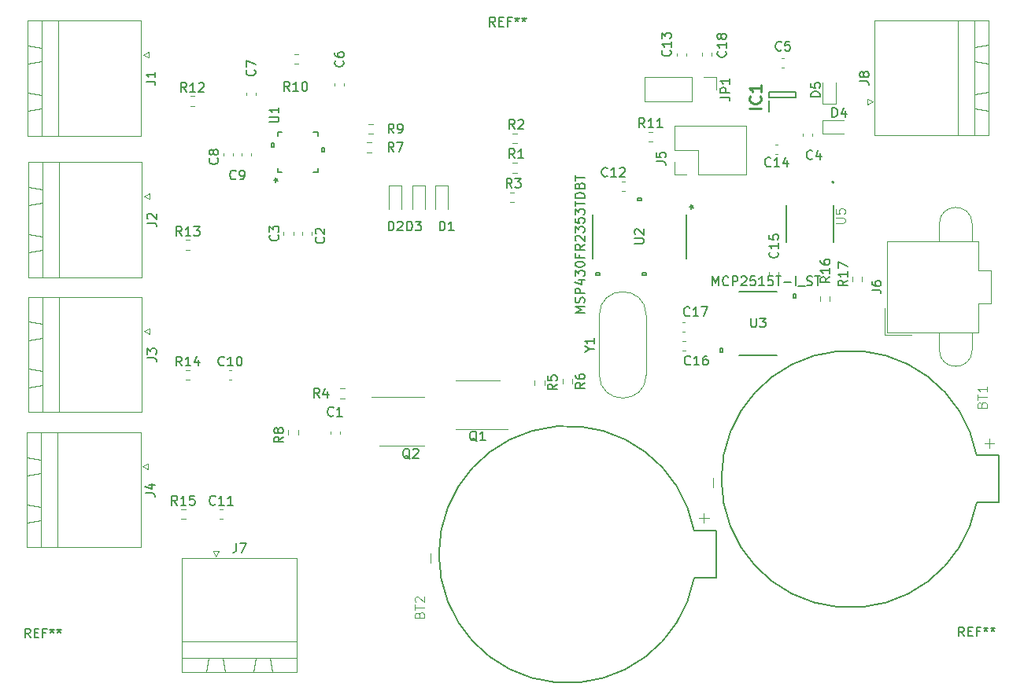
<source format=gbr>
%TF.GenerationSoftware,KiCad,Pcbnew,(5.1.7)-1*%
%TF.CreationDate,2021-05-19T20:23:41+02:00*%
%TF.ProjectId,PEE50-Schakeling,50454535-302d-4536-9368-616b656c696e,rev?*%
%TF.SameCoordinates,Original*%
%TF.FileFunction,Legend,Top*%
%TF.FilePolarity,Positive*%
%FSLAX46Y46*%
G04 Gerber Fmt 4.6, Leading zero omitted, Abs format (unit mm)*
G04 Created by KiCad (PCBNEW (5.1.7)-1) date 2021-05-19 20:23:41*
%MOMM*%
%LPD*%
G01*
G04 APERTURE LIST*
%ADD10C,0.120000*%
%ADD11C,0.200000*%
%ADD12C,0.152400*%
%ADD13C,0.127000*%
%ADD14C,0.150000*%
%ADD15C,0.254000*%
%ADD16C,0.015000*%
G04 APERTURE END LIST*
D10*
%TO.C,C1*%
X73990000Y-81084420D02*
X73990000Y-81365580D01*
X75010000Y-81084420D02*
X75010000Y-81365580D01*
%TO.C,C2*%
X72010000Y-59634420D02*
X72010000Y-59915580D01*
X70990000Y-59634420D02*
X70990000Y-59915580D01*
%TO.C,C3*%
X68990000Y-59634420D02*
X68990000Y-59915580D01*
X70010000Y-59634420D02*
X70010000Y-59915580D01*
%TO.C,C4*%
X124813600Y-49251180D02*
X124813600Y-48970020D01*
X125833600Y-49251180D02*
X125833600Y-48970020D01*
%TO.C,C5*%
X122835580Y-40917400D02*
X122554420Y-40917400D01*
X122835580Y-41937400D02*
X122554420Y-41937400D01*
%TO.C,C6*%
X74490000Y-43865580D02*
X74490000Y-43584420D01*
X75510000Y-43865580D02*
X75510000Y-43584420D01*
%TO.C,C7*%
X64990000Y-44865580D02*
X64990000Y-44584420D01*
X66010000Y-44865580D02*
X66010000Y-44584420D01*
%TO.C,C8*%
X62490000Y-51134420D02*
X62490000Y-51415580D01*
X63510000Y-51134420D02*
X63510000Y-51415580D01*
%TO.C,C9*%
X64490000Y-51415580D02*
X64490000Y-51134420D01*
X65510000Y-51415580D02*
X65510000Y-51134420D01*
%TO.C,C10*%
X63084420Y-74490000D02*
X63365580Y-74490000D01*
X63084420Y-75510000D02*
X63365580Y-75510000D01*
%TO.C,C11*%
X62134420Y-90510000D02*
X62415580Y-90510000D01*
X62134420Y-89490000D02*
X62415580Y-89490000D01*
%TO.C,C12*%
X105665180Y-54150800D02*
X105384020Y-54150800D01*
X105665180Y-55170800D02*
X105384020Y-55170800D01*
%TO.C,C13*%
X111300800Y-40615180D02*
X111300800Y-40334020D01*
X112320800Y-40615180D02*
X112320800Y-40334020D01*
%TO.C,C14*%
X122149180Y-50188400D02*
X121868020Y-50188400D01*
X122149180Y-51208400D02*
X121868020Y-51208400D01*
%TO.C,C15*%
X122201400Y-63930620D02*
X122201400Y-64211780D01*
X121181400Y-63930620D02*
X121181400Y-64211780D01*
%TO.C,C16*%
X112192380Y-71372000D02*
X111911220Y-71372000D01*
X112192380Y-72392000D02*
X111911220Y-72392000D01*
%TO.C,C17*%
X112166980Y-70360000D02*
X111885820Y-70360000D01*
X112166980Y-69340000D02*
X111885820Y-69340000D01*
%TO.C,C18*%
X114005900Y-40321920D02*
X114005900Y-40603080D01*
X115025900Y-40321920D02*
X115025900Y-40603080D01*
%TO.C,D1*%
X86685000Y-57112500D02*
X86685000Y-54627500D01*
X86685000Y-54627500D02*
X85315000Y-54627500D01*
X85315000Y-54627500D02*
X85315000Y-57112500D01*
%TO.C,D2*%
X82815000Y-54627500D02*
X82815000Y-57112500D01*
X84185000Y-54627500D02*
X82815000Y-54627500D01*
X84185000Y-57112500D02*
X84185000Y-54627500D01*
%TO.C,D3*%
X80315000Y-54627500D02*
X80315000Y-57112500D01*
X81685000Y-54627500D02*
X80315000Y-54627500D01*
X81685000Y-57112500D02*
X81685000Y-54627500D01*
D11*
%TO.C,IC1*%
X121156600Y-46630200D02*
X121156600Y-45430200D01*
X124106600Y-45080200D02*
X121206600Y-45080200D01*
X124106600Y-44480200D02*
X124106600Y-45080200D01*
X121206600Y-44480200D02*
X124106600Y-44480200D01*
X121206600Y-45080200D02*
X121206600Y-44480200D01*
D10*
%TO.C,J1*%
X53646400Y-36857200D02*
X41426400Y-36857200D01*
X41426400Y-36857200D02*
X41426400Y-49237200D01*
X41426400Y-49237200D02*
X53646400Y-49237200D01*
X53646400Y-49237200D02*
X53646400Y-36857200D01*
X42926400Y-36857200D02*
X44726400Y-36857200D01*
X44726400Y-36857200D02*
X44726400Y-49237200D01*
X44726400Y-49237200D02*
X42926400Y-49237200D01*
X42926400Y-49237200D02*
X42926400Y-36857200D01*
X41426400Y-39507200D02*
X41426400Y-41507200D01*
X41426400Y-41507200D02*
X42926400Y-41257200D01*
X42926400Y-41257200D02*
X42926400Y-39757200D01*
X42926400Y-39757200D02*
X41426400Y-39507200D01*
X41426400Y-44587200D02*
X41426400Y-46587200D01*
X41426400Y-46587200D02*
X42926400Y-46337200D01*
X42926400Y-46337200D02*
X42926400Y-44837200D01*
X42926400Y-44837200D02*
X41426400Y-44587200D01*
X54446400Y-40807200D02*
X53846400Y-40507200D01*
X53846400Y-40507200D02*
X54446400Y-40207200D01*
X54446400Y-40207200D02*
X54446400Y-40807200D01*
%TO.C,J2*%
X53748000Y-52097200D02*
X41528000Y-52097200D01*
X41528000Y-52097200D02*
X41528000Y-64477200D01*
X41528000Y-64477200D02*
X53748000Y-64477200D01*
X53748000Y-64477200D02*
X53748000Y-52097200D01*
X43028000Y-52097200D02*
X44828000Y-52097200D01*
X44828000Y-52097200D02*
X44828000Y-64477200D01*
X44828000Y-64477200D02*
X43028000Y-64477200D01*
X43028000Y-64477200D02*
X43028000Y-52097200D01*
X41528000Y-54747200D02*
X41528000Y-56747200D01*
X41528000Y-56747200D02*
X43028000Y-56497200D01*
X43028000Y-56497200D02*
X43028000Y-54997200D01*
X43028000Y-54997200D02*
X41528000Y-54747200D01*
X41528000Y-59827200D02*
X41528000Y-61827200D01*
X41528000Y-61827200D02*
X43028000Y-61577200D01*
X43028000Y-61577200D02*
X43028000Y-60077200D01*
X43028000Y-60077200D02*
X41528000Y-59827200D01*
X54548000Y-56047200D02*
X53948000Y-55747200D01*
X53948000Y-55747200D02*
X54548000Y-55447200D01*
X54548000Y-55447200D02*
X54548000Y-56047200D01*
%TO.C,J3*%
X54548000Y-69976000D02*
X54548000Y-70576000D01*
X53948000Y-70276000D02*
X54548000Y-69976000D01*
X54548000Y-70576000D02*
X53948000Y-70276000D01*
X43028000Y-74606000D02*
X41528000Y-74356000D01*
X43028000Y-76106000D02*
X43028000Y-74606000D01*
X41528000Y-76356000D02*
X43028000Y-76106000D01*
X41528000Y-74356000D02*
X41528000Y-76356000D01*
X43028000Y-69526000D02*
X41528000Y-69276000D01*
X43028000Y-71026000D02*
X43028000Y-69526000D01*
X41528000Y-71276000D02*
X43028000Y-71026000D01*
X41528000Y-69276000D02*
X41528000Y-71276000D01*
X43028000Y-79006000D02*
X43028000Y-66626000D01*
X44828000Y-79006000D02*
X43028000Y-79006000D01*
X44828000Y-66626000D02*
X44828000Y-79006000D01*
X43028000Y-66626000D02*
X44828000Y-66626000D01*
X53748000Y-79006000D02*
X53748000Y-66626000D01*
X41528000Y-79006000D02*
X53748000Y-79006000D01*
X41528000Y-66626000D02*
X41528000Y-79006000D01*
X53748000Y-66626000D02*
X41528000Y-66626000D01*
%TO.C,J4*%
X54395600Y-84555600D02*
X54395600Y-85155600D01*
X53795600Y-84855600D02*
X54395600Y-84555600D01*
X54395600Y-85155600D02*
X53795600Y-84855600D01*
X42875600Y-89185600D02*
X41375600Y-88935600D01*
X42875600Y-90685600D02*
X42875600Y-89185600D01*
X41375600Y-90935600D02*
X42875600Y-90685600D01*
X41375600Y-88935600D02*
X41375600Y-90935600D01*
X42875600Y-84105600D02*
X41375600Y-83855600D01*
X42875600Y-85605600D02*
X42875600Y-84105600D01*
X41375600Y-85855600D02*
X42875600Y-85605600D01*
X41375600Y-83855600D02*
X41375600Y-85855600D01*
X42875600Y-93585600D02*
X42875600Y-81205600D01*
X44675600Y-93585600D02*
X42875600Y-93585600D01*
X44675600Y-81205600D02*
X44675600Y-93585600D01*
X42875600Y-81205600D02*
X44675600Y-81205600D01*
X53595600Y-93585600D02*
X53595600Y-81205600D01*
X41375600Y-93585600D02*
X53595600Y-93585600D01*
X41375600Y-81205600D02*
X41375600Y-93585600D01*
X53595600Y-81205600D02*
X41375600Y-81205600D01*
%TO.C,J5*%
X110988800Y-53400000D02*
X110988800Y-52070000D01*
X112318800Y-53400000D02*
X110988800Y-53400000D01*
X110988800Y-50800000D02*
X110988800Y-48200000D01*
X113588800Y-50800000D02*
X110988800Y-50800000D01*
X113588800Y-53400000D02*
X113588800Y-50800000D01*
X110988800Y-48200000D02*
X118728800Y-48200000D01*
X113588800Y-53400000D02*
X118728800Y-53400000D01*
X118728800Y-53400000D02*
X118728800Y-48200000D01*
%TO.C,JP1*%
X115528400Y-42916800D02*
X115528400Y-44246800D01*
X114198400Y-42916800D02*
X115528400Y-42916800D01*
X112928400Y-42916800D02*
X112928400Y-45576800D01*
X112928400Y-45576800D02*
X107788400Y-45576800D01*
X112928400Y-42916800D02*
X107788400Y-42916800D01*
X107788400Y-42916800D02*
X107788400Y-45576800D01*
%TO.C,Q1*%
X87462660Y-75606600D02*
X92262660Y-75606600D01*
X87462660Y-80806600D02*
X93062660Y-80806600D01*
%TO.C,Q2*%
X84070000Y-82600000D02*
X79270000Y-82600000D01*
X84070000Y-77400000D02*
X78470000Y-77400000D01*
%TO.C,R1*%
X93587742Y-53227500D02*
X94062258Y-53227500D01*
X93587742Y-52182500D02*
X94062258Y-52182500D01*
%TO.C,R2*%
X93587742Y-49007500D02*
X94062258Y-49007500D01*
X93587742Y-50052500D02*
X94062258Y-50052500D01*
%TO.C,R3*%
X93297742Y-56402500D02*
X93772258Y-56402500D01*
X93297742Y-55357500D02*
X93772258Y-55357500D01*
%TO.C,R4*%
X75562258Y-76477500D02*
X75087742Y-76477500D01*
X75562258Y-77522500D02*
X75087742Y-77522500D01*
%TO.C,R5*%
X97022500Y-75587742D02*
X97022500Y-76062258D01*
X95977500Y-75587742D02*
X95977500Y-76062258D01*
%TO.C,R6*%
X98977500Y-75437742D02*
X98977500Y-75912258D01*
X100022500Y-75437742D02*
X100022500Y-75912258D01*
%TO.C,R7*%
X77937742Y-49977500D02*
X78412258Y-49977500D01*
X77937742Y-51022500D02*
X78412258Y-51022500D01*
%TO.C,R8*%
X69477500Y-80937742D02*
X69477500Y-81412258D01*
X70522500Y-80937742D02*
X70522500Y-81412258D01*
%TO.C,R9*%
X78087742Y-47977500D02*
X78562258Y-47977500D01*
X78087742Y-49022500D02*
X78562258Y-49022500D01*
%TO.C,R10*%
X70098382Y-40465480D02*
X70572898Y-40465480D01*
X70098382Y-41510480D02*
X70572898Y-41510480D01*
%TO.C,R11*%
X108220742Y-49849300D02*
X108695258Y-49849300D01*
X108220742Y-48804300D02*
X108695258Y-48804300D01*
%TO.C,R12*%
X58937742Y-46022500D02*
X59412258Y-46022500D01*
X58937742Y-44977500D02*
X59412258Y-44977500D01*
%TO.C,R13*%
X58437742Y-60477500D02*
X58912258Y-60477500D01*
X58437742Y-61522500D02*
X58912258Y-61522500D01*
%TO.C,R14*%
X58437742Y-75522500D02*
X58912258Y-75522500D01*
X58437742Y-74477500D02*
X58912258Y-74477500D01*
%TO.C,R15*%
X57937742Y-89477500D02*
X58412258Y-89477500D01*
X57937742Y-90522500D02*
X58412258Y-90522500D01*
%TO.C,R16*%
X126655300Y-67027058D02*
X126655300Y-66552542D01*
X127700300Y-67027058D02*
X127700300Y-66552542D01*
D12*
%TO.C,U1*%
X67896500Y-50059499D02*
X67896500Y-50440499D01*
X67642500Y-50059499D02*
X67896500Y-50059499D01*
X67642500Y-50440499D02*
X67642500Y-50059499D01*
X67896500Y-50440499D02*
X67642500Y-50440499D01*
X73103500Y-50559500D02*
X73103500Y-50940501D01*
X73357500Y-50559500D02*
X73103500Y-50559500D01*
X73357500Y-50940501D02*
X73357500Y-50559500D01*
X73103500Y-50940501D02*
X73357500Y-50940501D01*
X68328300Y-52709740D02*
X68328300Y-53171700D01*
X68790260Y-48828300D02*
X68328300Y-48828300D01*
X72671700Y-49290260D02*
X72671700Y-48828300D01*
X72209740Y-53171700D02*
X72671700Y-53171700D01*
X68328300Y-53171700D02*
X68790260Y-53171700D01*
X68328300Y-48828300D02*
X68328300Y-49290260D01*
X72671700Y-48828300D02*
X72209740Y-48828300D01*
X72671700Y-53171700D02*
X72671700Y-52709740D01*
%TO.C,U2*%
X107950503Y-64005947D02*
X107950503Y-64259947D01*
X107569503Y-64005947D02*
X107950503Y-64005947D01*
X107569503Y-64259947D02*
X107569503Y-64005947D01*
X107950503Y-64259947D02*
X107569503Y-64259947D01*
X102950502Y-64005947D02*
X102950502Y-64259947D01*
X102569502Y-64005947D02*
X102950502Y-64005947D01*
X102569502Y-64259947D02*
X102569502Y-64005947D01*
X102950502Y-64259947D02*
X102569502Y-64259947D01*
X107450501Y-56193949D02*
X107450501Y-55939949D01*
X107069501Y-56193949D02*
X107450501Y-56193949D01*
X107069501Y-55939949D02*
X107069501Y-56193949D01*
X107450501Y-55939949D02*
X107069501Y-55939949D01*
X112289201Y-62474848D02*
X112289201Y-57725048D01*
X102230801Y-57725048D02*
X102230801Y-62474848D01*
%TO.C,U3*%
X123814399Y-66304502D02*
X124068399Y-66304502D01*
X123814399Y-66685502D02*
X123814399Y-66304502D01*
X124068399Y-66685502D02*
X123814399Y-66685502D01*
X124068399Y-66304502D02*
X124068399Y-66685502D01*
X116205601Y-72154498D02*
X115951601Y-72154498D01*
X116205601Y-72535498D02*
X116205601Y-72154498D01*
X115951601Y-72535498D02*
X116205601Y-72535498D01*
X115951601Y-72154498D02*
X115951601Y-72535498D01*
X122034785Y-65991000D02*
X117985228Y-65991000D01*
X117985215Y-72849000D02*
X122034772Y-72849000D01*
D13*
%TO.C,U5*%
X123057600Y-56685200D02*
X123057600Y-60685200D01*
X128097600Y-56685200D02*
X128097600Y-60685200D01*
D11*
X128172600Y-54240200D02*
G75*
G03*
X128172600Y-54240200I-100000J0D01*
G01*
D10*
%TO.C,Y1*%
X107985800Y-74966100D02*
X107985800Y-68566100D01*
X102935800Y-74966100D02*
X102935800Y-68566100D01*
X107985800Y-74966100D02*
G75*
G02*
X102935800Y-74966100I-2525000J0D01*
G01*
X107985800Y-68566100D02*
G75*
G03*
X102935800Y-68566100I-2525000J0D01*
G01*
%TO.C,J7*%
X58028820Y-94765600D02*
X58028820Y-106985600D01*
X58028820Y-106985600D02*
X70408820Y-106985600D01*
X70408820Y-106985600D02*
X70408820Y-94765600D01*
X70408820Y-94765600D02*
X58028820Y-94765600D01*
X58028820Y-105485600D02*
X58028820Y-103685600D01*
X58028820Y-103685600D02*
X70408820Y-103685600D01*
X70408820Y-103685600D02*
X70408820Y-105485600D01*
X70408820Y-105485600D02*
X58028820Y-105485600D01*
X60678820Y-106985600D02*
X62678820Y-106985600D01*
X62678820Y-106985600D02*
X62428820Y-105485600D01*
X62428820Y-105485600D02*
X60928820Y-105485600D01*
X60928820Y-105485600D02*
X60678820Y-106985600D01*
X65758820Y-106985600D02*
X67758820Y-106985600D01*
X67758820Y-106985600D02*
X67508820Y-105485600D01*
X67508820Y-105485600D02*
X66008820Y-105485600D01*
X66008820Y-105485600D02*
X65758820Y-106985600D01*
X61978820Y-93965600D02*
X61678820Y-94565600D01*
X61678820Y-94565600D02*
X61378820Y-93965600D01*
X61378820Y-93965600D02*
X61978820Y-93965600D01*
%TO.C,D4*%
X129222500Y-47550400D02*
X126937500Y-47550400D01*
X126937500Y-47550400D02*
X126937500Y-49020400D01*
X126937500Y-49020400D02*
X129222500Y-49020400D01*
%TO.C,D5*%
X128405560Y-45782600D02*
X128405560Y-43497600D01*
X126935560Y-45782600D02*
X128405560Y-45782600D01*
X126935560Y-43497600D02*
X126935560Y-45782600D01*
%TO.C,R17*%
X130122400Y-64443342D02*
X130122400Y-64917858D01*
X131167400Y-64443342D02*
X131167400Y-64917858D01*
D13*
%TO.C,BT1*%
X145918380Y-83677760D02*
X143528380Y-83677760D01*
X145918380Y-88757760D02*
X143528380Y-88757760D01*
X145918380Y-88757760D02*
X145918380Y-83677760D01*
X143528380Y-88757760D02*
G75*
G02*
X143528380Y-83677760I-13611783J2540000D01*
G01*
D10*
%TO.C,J6*%
X133637980Y-70666180D02*
X136487980Y-70666180D01*
X133637980Y-67816180D02*
X133637980Y-70666180D01*
X145097980Y-63706180D02*
X145097980Y-65516180D01*
X143697980Y-63706180D02*
X145097980Y-63706180D01*
X143697980Y-60606180D02*
X143697980Y-63706180D01*
X133877980Y-60606180D02*
X143697980Y-60606180D01*
X133877980Y-65516180D02*
X133877980Y-60606180D01*
X145097980Y-67326180D02*
X145097980Y-65516180D01*
X143697980Y-67326180D02*
X145097980Y-67326180D01*
X143697980Y-70426180D02*
X143697980Y-67326180D01*
X133877980Y-70426180D02*
X143697980Y-70426180D01*
X133877980Y-65516180D02*
X133877980Y-70426180D01*
X143037980Y-58716180D02*
X143037980Y-60606180D01*
X139517980Y-58716180D02*
X139517980Y-60606180D01*
X143037980Y-72316180D02*
X143037980Y-70426180D01*
X139517980Y-72316180D02*
X139517980Y-70426180D01*
X139517980Y-72316180D02*
G75*
G03*
X143037980Y-72316180I1760000J0D01*
G01*
X143037980Y-58716180D02*
G75*
G03*
X139517980Y-58716180I-1760000J0D01*
G01*
%TO.C,J8*%
X131776040Y-45862520D02*
X131776040Y-45262520D01*
X132376040Y-45562520D02*
X131776040Y-45862520D01*
X131776040Y-45262520D02*
X132376040Y-45562520D01*
X143296040Y-41232520D02*
X144796040Y-41482520D01*
X143296040Y-39732520D02*
X143296040Y-41232520D01*
X144796040Y-39482520D02*
X143296040Y-39732520D01*
X144796040Y-41482520D02*
X144796040Y-39482520D01*
X143296040Y-46312520D02*
X144796040Y-46562520D01*
X143296040Y-44812520D02*
X143296040Y-46312520D01*
X144796040Y-44562520D02*
X143296040Y-44812520D01*
X144796040Y-46562520D02*
X144796040Y-44562520D01*
X143296040Y-36832520D02*
X143296040Y-49212520D01*
X141496040Y-36832520D02*
X143296040Y-36832520D01*
X141496040Y-49212520D02*
X141496040Y-36832520D01*
X143296040Y-49212520D02*
X141496040Y-49212520D01*
X132576040Y-36832520D02*
X132576040Y-49212520D01*
X144796040Y-36832520D02*
X132576040Y-36832520D01*
X144796040Y-49212520D02*
X144796040Y-36832520D01*
X132576040Y-49212520D02*
X144796040Y-49212520D01*
D13*
%TO.C,BT2*%
X115529820Y-96873060D02*
X115529820Y-91793060D01*
X115529820Y-96873060D02*
X113139820Y-96873060D01*
X115529820Y-91793060D02*
X113139820Y-91793060D01*
X113139820Y-96873060D02*
G75*
G02*
X113139820Y-91793060I-13611783J2540000D01*
G01*
%TO.C,REF\u002A\u002A*%
D14*
X41739986Y-103310080D02*
X41406653Y-102833890D01*
X41168558Y-103310080D02*
X41168558Y-102310080D01*
X41549510Y-102310080D01*
X41644748Y-102357700D01*
X41692367Y-102405319D01*
X41739986Y-102500557D01*
X41739986Y-102643414D01*
X41692367Y-102738652D01*
X41644748Y-102786271D01*
X41549510Y-102833890D01*
X41168558Y-102833890D01*
X42168558Y-102786271D02*
X42501891Y-102786271D01*
X42644748Y-103310080D02*
X42168558Y-103310080D01*
X42168558Y-102310080D01*
X42644748Y-102310080D01*
X43406653Y-102786271D02*
X43073320Y-102786271D01*
X43073320Y-103310080D02*
X43073320Y-102310080D01*
X43549510Y-102310080D01*
X44073320Y-102310080D02*
X44073320Y-102548176D01*
X43835224Y-102452938D02*
X44073320Y-102548176D01*
X44311415Y-102452938D01*
X43930462Y-102738652D02*
X44073320Y-102548176D01*
X44216177Y-102738652D01*
X44835224Y-102310080D02*
X44835224Y-102548176D01*
X44597129Y-102452938D02*
X44835224Y-102548176D01*
X45073320Y-102452938D01*
X44692367Y-102738652D02*
X44835224Y-102548176D01*
X44978081Y-102738652D01*
X91739886Y-37452960D02*
X91406553Y-36976770D01*
X91168458Y-37452960D02*
X91168458Y-36452960D01*
X91549410Y-36452960D01*
X91644648Y-36500580D01*
X91692267Y-36548199D01*
X91739886Y-36643437D01*
X91739886Y-36786294D01*
X91692267Y-36881532D01*
X91644648Y-36929151D01*
X91549410Y-36976770D01*
X91168458Y-36976770D01*
X92168458Y-36929151D02*
X92501791Y-36929151D01*
X92644648Y-37452960D02*
X92168458Y-37452960D01*
X92168458Y-36452960D01*
X92644648Y-36452960D01*
X93406553Y-36929151D02*
X93073220Y-36929151D01*
X93073220Y-37452960D02*
X93073220Y-36452960D01*
X93549410Y-36452960D01*
X94073220Y-36452960D02*
X94073220Y-36691056D01*
X93835124Y-36595818D02*
X94073220Y-36691056D01*
X94311315Y-36595818D01*
X93930362Y-36881532D02*
X94073220Y-36691056D01*
X94216077Y-36881532D01*
X94835124Y-36452960D02*
X94835124Y-36691056D01*
X94597029Y-36595818D02*
X94835124Y-36691056D01*
X95073220Y-36595818D01*
X94692267Y-36881532D02*
X94835124Y-36691056D01*
X94977981Y-36881532D01*
X142176666Y-103147520D02*
X141843333Y-102671330D01*
X141605238Y-103147520D02*
X141605238Y-102147520D01*
X141986190Y-102147520D01*
X142081428Y-102195140D01*
X142129047Y-102242759D01*
X142176666Y-102337997D01*
X142176666Y-102480854D01*
X142129047Y-102576092D01*
X142081428Y-102623711D01*
X141986190Y-102671330D01*
X141605238Y-102671330D01*
X142605238Y-102623711D02*
X142938571Y-102623711D01*
X143081428Y-103147520D02*
X142605238Y-103147520D01*
X142605238Y-102147520D01*
X143081428Y-102147520D01*
X143843333Y-102623711D02*
X143510000Y-102623711D01*
X143510000Y-103147520D02*
X143510000Y-102147520D01*
X143986190Y-102147520D01*
X144510000Y-102147520D02*
X144510000Y-102385616D01*
X144271904Y-102290378D02*
X144510000Y-102385616D01*
X144748095Y-102290378D01*
X144367142Y-102576092D02*
X144510000Y-102385616D01*
X144652857Y-102576092D01*
X145271904Y-102147520D02*
X145271904Y-102385616D01*
X145033809Y-102290378D02*
X145271904Y-102385616D01*
X145510000Y-102290378D01*
X145129047Y-102576092D02*
X145271904Y-102385616D01*
X145414761Y-102576092D01*
%TO.C,C1*%
X74333333Y-79357142D02*
X74285714Y-79404761D01*
X74142857Y-79452380D01*
X74047619Y-79452380D01*
X73904761Y-79404761D01*
X73809523Y-79309523D01*
X73761904Y-79214285D01*
X73714285Y-79023809D01*
X73714285Y-78880952D01*
X73761904Y-78690476D01*
X73809523Y-78595238D01*
X73904761Y-78500000D01*
X74047619Y-78452380D01*
X74142857Y-78452380D01*
X74285714Y-78500000D01*
X74333333Y-78547619D01*
X75285714Y-79452380D02*
X74714285Y-79452380D01*
X75000000Y-79452380D02*
X75000000Y-78452380D01*
X74904761Y-78595238D01*
X74809523Y-78690476D01*
X74714285Y-78738095D01*
%TO.C,C2*%
X73287142Y-60166666D02*
X73334761Y-60214285D01*
X73382380Y-60357142D01*
X73382380Y-60452380D01*
X73334761Y-60595238D01*
X73239523Y-60690476D01*
X73144285Y-60738095D01*
X72953809Y-60785714D01*
X72810952Y-60785714D01*
X72620476Y-60738095D01*
X72525238Y-60690476D01*
X72430000Y-60595238D01*
X72382380Y-60452380D01*
X72382380Y-60357142D01*
X72430000Y-60214285D01*
X72477619Y-60166666D01*
X72477619Y-59785714D02*
X72430000Y-59738095D01*
X72382380Y-59642857D01*
X72382380Y-59404761D01*
X72430000Y-59309523D01*
X72477619Y-59261904D01*
X72572857Y-59214285D01*
X72668095Y-59214285D01*
X72810952Y-59261904D01*
X73382380Y-59833333D01*
X73382380Y-59214285D01*
%TO.C,C3*%
X68357142Y-59941666D02*
X68404761Y-59989285D01*
X68452380Y-60132142D01*
X68452380Y-60227380D01*
X68404761Y-60370238D01*
X68309523Y-60465476D01*
X68214285Y-60513095D01*
X68023809Y-60560714D01*
X67880952Y-60560714D01*
X67690476Y-60513095D01*
X67595238Y-60465476D01*
X67500000Y-60370238D01*
X67452380Y-60227380D01*
X67452380Y-60132142D01*
X67500000Y-59989285D01*
X67547619Y-59941666D01*
X67452380Y-59608333D02*
X67452380Y-58989285D01*
X67833333Y-59322619D01*
X67833333Y-59179761D01*
X67880952Y-59084523D01*
X67928571Y-59036904D01*
X68023809Y-58989285D01*
X68261904Y-58989285D01*
X68357142Y-59036904D01*
X68404761Y-59084523D01*
X68452380Y-59179761D01*
X68452380Y-59465476D01*
X68404761Y-59560714D01*
X68357142Y-59608333D01*
%TO.C,C4*%
X125852893Y-51710862D02*
X125805274Y-51758481D01*
X125662417Y-51806100D01*
X125567179Y-51806100D01*
X125424321Y-51758481D01*
X125329083Y-51663243D01*
X125281464Y-51568005D01*
X125233845Y-51377529D01*
X125233845Y-51234672D01*
X125281464Y-51044196D01*
X125329083Y-50948958D01*
X125424321Y-50853720D01*
X125567179Y-50806100D01*
X125662417Y-50806100D01*
X125805274Y-50853720D01*
X125852893Y-50901339D01*
X126710036Y-51139434D02*
X126710036Y-51806100D01*
X126471940Y-50758481D02*
X126233845Y-51472767D01*
X126852893Y-51472767D01*
%TO.C,C5*%
X122528033Y-39991302D02*
X122480414Y-40038921D01*
X122337557Y-40086540D01*
X122242319Y-40086540D01*
X122099461Y-40038921D01*
X122004223Y-39943683D01*
X121956604Y-39848445D01*
X121908985Y-39657969D01*
X121908985Y-39515112D01*
X121956604Y-39324636D01*
X122004223Y-39229398D01*
X122099461Y-39134160D01*
X122242319Y-39086540D01*
X122337557Y-39086540D01*
X122480414Y-39134160D01*
X122528033Y-39181779D01*
X123432795Y-39086540D02*
X122956604Y-39086540D01*
X122908985Y-39562731D01*
X122956604Y-39515112D01*
X123051842Y-39467493D01*
X123289938Y-39467493D01*
X123385176Y-39515112D01*
X123432795Y-39562731D01*
X123480414Y-39657969D01*
X123480414Y-39896064D01*
X123432795Y-39991302D01*
X123385176Y-40038921D01*
X123289938Y-40086540D01*
X123051842Y-40086540D01*
X122956604Y-40038921D01*
X122908985Y-39991302D01*
%TO.C,C6*%
X75357142Y-41166666D02*
X75404761Y-41214285D01*
X75452380Y-41357142D01*
X75452380Y-41452380D01*
X75404761Y-41595238D01*
X75309523Y-41690476D01*
X75214285Y-41738095D01*
X75023809Y-41785714D01*
X74880952Y-41785714D01*
X74690476Y-41738095D01*
X74595238Y-41690476D01*
X74500000Y-41595238D01*
X74452380Y-41452380D01*
X74452380Y-41357142D01*
X74500000Y-41214285D01*
X74547619Y-41166666D01*
X74452380Y-40309523D02*
X74452380Y-40500000D01*
X74500000Y-40595238D01*
X74547619Y-40642857D01*
X74690476Y-40738095D01*
X74880952Y-40785714D01*
X75261904Y-40785714D01*
X75357142Y-40738095D01*
X75404761Y-40690476D01*
X75452380Y-40595238D01*
X75452380Y-40404761D01*
X75404761Y-40309523D01*
X75357142Y-40261904D01*
X75261904Y-40214285D01*
X75023809Y-40214285D01*
X74928571Y-40261904D01*
X74880952Y-40309523D01*
X74833333Y-40404761D01*
X74833333Y-40595238D01*
X74880952Y-40690476D01*
X74928571Y-40738095D01*
X75023809Y-40785714D01*
%TO.C,C7*%
X65857142Y-42166666D02*
X65904761Y-42214285D01*
X65952380Y-42357142D01*
X65952380Y-42452380D01*
X65904761Y-42595238D01*
X65809523Y-42690476D01*
X65714285Y-42738095D01*
X65523809Y-42785714D01*
X65380952Y-42785714D01*
X65190476Y-42738095D01*
X65095238Y-42690476D01*
X65000000Y-42595238D01*
X64952380Y-42452380D01*
X64952380Y-42357142D01*
X65000000Y-42214285D01*
X65047619Y-42166666D01*
X64952380Y-41833333D02*
X64952380Y-41166666D01*
X65952380Y-41595238D01*
%TO.C,C8*%
X61857142Y-51666666D02*
X61904761Y-51714285D01*
X61952380Y-51857142D01*
X61952380Y-51952380D01*
X61904761Y-52095238D01*
X61809523Y-52190476D01*
X61714285Y-52238095D01*
X61523809Y-52285714D01*
X61380952Y-52285714D01*
X61190476Y-52238095D01*
X61095238Y-52190476D01*
X61000000Y-52095238D01*
X60952380Y-51952380D01*
X60952380Y-51857142D01*
X61000000Y-51714285D01*
X61047619Y-51666666D01*
X61380952Y-51095238D02*
X61333333Y-51190476D01*
X61285714Y-51238095D01*
X61190476Y-51285714D01*
X61142857Y-51285714D01*
X61047619Y-51238095D01*
X61000000Y-51190476D01*
X60952380Y-51095238D01*
X60952380Y-50904761D01*
X61000000Y-50809523D01*
X61047619Y-50761904D01*
X61142857Y-50714285D01*
X61190476Y-50714285D01*
X61285714Y-50761904D01*
X61333333Y-50809523D01*
X61380952Y-50904761D01*
X61380952Y-51095238D01*
X61428571Y-51190476D01*
X61476190Y-51238095D01*
X61571428Y-51285714D01*
X61761904Y-51285714D01*
X61857142Y-51238095D01*
X61904761Y-51190476D01*
X61952380Y-51095238D01*
X61952380Y-50904761D01*
X61904761Y-50809523D01*
X61857142Y-50761904D01*
X61761904Y-50714285D01*
X61571428Y-50714285D01*
X61476190Y-50761904D01*
X61428571Y-50809523D01*
X61380952Y-50904761D01*
%TO.C,C9*%
X63833333Y-53857142D02*
X63785714Y-53904761D01*
X63642857Y-53952380D01*
X63547619Y-53952380D01*
X63404761Y-53904761D01*
X63309523Y-53809523D01*
X63261904Y-53714285D01*
X63214285Y-53523809D01*
X63214285Y-53380952D01*
X63261904Y-53190476D01*
X63309523Y-53095238D01*
X63404761Y-53000000D01*
X63547619Y-52952380D01*
X63642857Y-52952380D01*
X63785714Y-53000000D01*
X63833333Y-53047619D01*
X64309523Y-53952380D02*
X64500000Y-53952380D01*
X64595238Y-53904761D01*
X64642857Y-53857142D01*
X64738095Y-53714285D01*
X64785714Y-53523809D01*
X64785714Y-53142857D01*
X64738095Y-53047619D01*
X64690476Y-53000000D01*
X64595238Y-52952380D01*
X64404761Y-52952380D01*
X64309523Y-53000000D01*
X64261904Y-53047619D01*
X64214285Y-53142857D01*
X64214285Y-53380952D01*
X64261904Y-53476190D01*
X64309523Y-53523809D01*
X64404761Y-53571428D01*
X64595238Y-53571428D01*
X64690476Y-53523809D01*
X64738095Y-53476190D01*
X64785714Y-53380952D01*
%TO.C,C10*%
X62582142Y-73927142D02*
X62534523Y-73974761D01*
X62391666Y-74022380D01*
X62296428Y-74022380D01*
X62153571Y-73974761D01*
X62058333Y-73879523D01*
X62010714Y-73784285D01*
X61963095Y-73593809D01*
X61963095Y-73450952D01*
X62010714Y-73260476D01*
X62058333Y-73165238D01*
X62153571Y-73070000D01*
X62296428Y-73022380D01*
X62391666Y-73022380D01*
X62534523Y-73070000D01*
X62582142Y-73117619D01*
X63534523Y-74022380D02*
X62963095Y-74022380D01*
X63248809Y-74022380D02*
X63248809Y-73022380D01*
X63153571Y-73165238D01*
X63058333Y-73260476D01*
X62963095Y-73308095D01*
X64153571Y-73022380D02*
X64248809Y-73022380D01*
X64344047Y-73070000D01*
X64391666Y-73117619D01*
X64439285Y-73212857D01*
X64486904Y-73403333D01*
X64486904Y-73641428D01*
X64439285Y-73831904D01*
X64391666Y-73927142D01*
X64344047Y-73974761D01*
X64248809Y-74022380D01*
X64153571Y-74022380D01*
X64058333Y-73974761D01*
X64010714Y-73927142D01*
X63963095Y-73831904D01*
X63915476Y-73641428D01*
X63915476Y-73403333D01*
X63963095Y-73212857D01*
X64010714Y-73117619D01*
X64058333Y-73070000D01*
X64153571Y-73022380D01*
%TO.C,C11*%
X61632142Y-88927142D02*
X61584523Y-88974761D01*
X61441666Y-89022380D01*
X61346428Y-89022380D01*
X61203571Y-88974761D01*
X61108333Y-88879523D01*
X61060714Y-88784285D01*
X61013095Y-88593809D01*
X61013095Y-88450952D01*
X61060714Y-88260476D01*
X61108333Y-88165238D01*
X61203571Y-88070000D01*
X61346428Y-88022380D01*
X61441666Y-88022380D01*
X61584523Y-88070000D01*
X61632142Y-88117619D01*
X62584523Y-89022380D02*
X62013095Y-89022380D01*
X62298809Y-89022380D02*
X62298809Y-88022380D01*
X62203571Y-88165238D01*
X62108333Y-88260476D01*
X62013095Y-88308095D01*
X63536904Y-89022380D02*
X62965476Y-89022380D01*
X63251190Y-89022380D02*
X63251190Y-88022380D01*
X63155952Y-88165238D01*
X63060714Y-88260476D01*
X62965476Y-88308095D01*
%TO.C,C12*%
X103812102Y-53559982D02*
X103764483Y-53607601D01*
X103621626Y-53655220D01*
X103526388Y-53655220D01*
X103383531Y-53607601D01*
X103288293Y-53512363D01*
X103240674Y-53417125D01*
X103193055Y-53226649D01*
X103193055Y-53083792D01*
X103240674Y-52893316D01*
X103288293Y-52798078D01*
X103383531Y-52702840D01*
X103526388Y-52655220D01*
X103621626Y-52655220D01*
X103764483Y-52702840D01*
X103812102Y-52750459D01*
X104764483Y-53655220D02*
X104193055Y-53655220D01*
X104478769Y-53655220D02*
X104478769Y-52655220D01*
X104383531Y-52798078D01*
X104288293Y-52893316D01*
X104193055Y-52940935D01*
X105145436Y-52750459D02*
X105193055Y-52702840D01*
X105288293Y-52655220D01*
X105526388Y-52655220D01*
X105621626Y-52702840D01*
X105669245Y-52750459D01*
X105716864Y-52845697D01*
X105716864Y-52940935D01*
X105669245Y-53083792D01*
X105097817Y-53655220D01*
X105716864Y-53655220D01*
%TO.C,C13*%
X110562662Y-40048417D02*
X110610281Y-40096036D01*
X110657900Y-40238893D01*
X110657900Y-40334131D01*
X110610281Y-40476988D01*
X110515043Y-40572226D01*
X110419805Y-40619845D01*
X110229329Y-40667464D01*
X110086472Y-40667464D01*
X109895996Y-40619845D01*
X109800758Y-40572226D01*
X109705520Y-40476988D01*
X109657900Y-40334131D01*
X109657900Y-40238893D01*
X109705520Y-40096036D01*
X109753139Y-40048417D01*
X110657900Y-39096036D02*
X110657900Y-39667464D01*
X110657900Y-39381750D02*
X109657900Y-39381750D01*
X109800758Y-39476988D01*
X109895996Y-39572226D01*
X109943615Y-39667464D01*
X109657900Y-38762702D02*
X109657900Y-38143655D01*
X110038853Y-38476988D01*
X110038853Y-38334131D01*
X110086472Y-38238893D01*
X110134091Y-38191274D01*
X110229329Y-38143655D01*
X110467424Y-38143655D01*
X110562662Y-38191274D01*
X110610281Y-38238893D01*
X110657900Y-38334131D01*
X110657900Y-38619845D01*
X110610281Y-38715083D01*
X110562662Y-38762702D01*
%TO.C,C14*%
X121365742Y-52485542D02*
X121318123Y-52533161D01*
X121175266Y-52580780D01*
X121080028Y-52580780D01*
X120937171Y-52533161D01*
X120841933Y-52437923D01*
X120794314Y-52342685D01*
X120746695Y-52152209D01*
X120746695Y-52009352D01*
X120794314Y-51818876D01*
X120841933Y-51723638D01*
X120937171Y-51628400D01*
X121080028Y-51580780D01*
X121175266Y-51580780D01*
X121318123Y-51628400D01*
X121365742Y-51676019D01*
X122318123Y-52580780D02*
X121746695Y-52580780D01*
X122032409Y-52580780D02*
X122032409Y-51580780D01*
X121937171Y-51723638D01*
X121841933Y-51818876D01*
X121746695Y-51866495D01*
X123175266Y-51914114D02*
X123175266Y-52580780D01*
X122937171Y-51533161D02*
X122699076Y-52247447D01*
X123318123Y-52247447D01*
%TO.C,C15*%
X122099342Y-61754657D02*
X122146961Y-61802276D01*
X122194580Y-61945133D01*
X122194580Y-62040371D01*
X122146961Y-62183228D01*
X122051723Y-62278466D01*
X121956485Y-62326085D01*
X121766009Y-62373704D01*
X121623152Y-62373704D01*
X121432676Y-62326085D01*
X121337438Y-62278466D01*
X121242200Y-62183228D01*
X121194580Y-62040371D01*
X121194580Y-61945133D01*
X121242200Y-61802276D01*
X121289819Y-61754657D01*
X122194580Y-60802276D02*
X122194580Y-61373704D01*
X122194580Y-61087990D02*
X121194580Y-61087990D01*
X121337438Y-61183228D01*
X121432676Y-61278466D01*
X121480295Y-61373704D01*
X121194580Y-59897514D02*
X121194580Y-60373704D01*
X121670771Y-60421323D01*
X121623152Y-60373704D01*
X121575533Y-60278466D01*
X121575533Y-60040371D01*
X121623152Y-59945133D01*
X121670771Y-59897514D01*
X121766009Y-59849895D01*
X122004104Y-59849895D01*
X122099342Y-59897514D01*
X122146961Y-59945133D01*
X122194580Y-60040371D01*
X122194580Y-60278466D01*
X122146961Y-60373704D01*
X122099342Y-60421323D01*
%TO.C,C16*%
X112732582Y-73834262D02*
X112684963Y-73881881D01*
X112542106Y-73929500D01*
X112446868Y-73929500D01*
X112304011Y-73881881D01*
X112208773Y-73786643D01*
X112161154Y-73691405D01*
X112113535Y-73500929D01*
X112113535Y-73358072D01*
X112161154Y-73167596D01*
X112208773Y-73072358D01*
X112304011Y-72977120D01*
X112446868Y-72929500D01*
X112542106Y-72929500D01*
X112684963Y-72977120D01*
X112732582Y-73024739D01*
X113684963Y-73929500D02*
X113113535Y-73929500D01*
X113399249Y-73929500D02*
X113399249Y-72929500D01*
X113304011Y-73072358D01*
X113208773Y-73167596D01*
X113113535Y-73215215D01*
X114542106Y-72929500D02*
X114351630Y-72929500D01*
X114256392Y-72977120D01*
X114208773Y-73024739D01*
X114113535Y-73167596D01*
X114065916Y-73358072D01*
X114065916Y-73739024D01*
X114113535Y-73834262D01*
X114161154Y-73881881D01*
X114256392Y-73929500D01*
X114446868Y-73929500D01*
X114542106Y-73881881D01*
X114589725Y-73834262D01*
X114637344Y-73739024D01*
X114637344Y-73500929D01*
X114589725Y-73405691D01*
X114542106Y-73358072D01*
X114446868Y-73310453D01*
X114256392Y-73310453D01*
X114161154Y-73358072D01*
X114113535Y-73405691D01*
X114065916Y-73500929D01*
%TO.C,C17*%
X112646222Y-68581542D02*
X112598603Y-68629161D01*
X112455746Y-68676780D01*
X112360508Y-68676780D01*
X112217651Y-68629161D01*
X112122413Y-68533923D01*
X112074794Y-68438685D01*
X112027175Y-68248209D01*
X112027175Y-68105352D01*
X112074794Y-67914876D01*
X112122413Y-67819638D01*
X112217651Y-67724400D01*
X112360508Y-67676780D01*
X112455746Y-67676780D01*
X112598603Y-67724400D01*
X112646222Y-67772019D01*
X113598603Y-68676780D02*
X113027175Y-68676780D01*
X113312889Y-68676780D02*
X113312889Y-67676780D01*
X113217651Y-67819638D01*
X113122413Y-67914876D01*
X113027175Y-67962495D01*
X113931937Y-67676780D02*
X114598603Y-67676780D01*
X114170032Y-68676780D01*
%TO.C,C18*%
X116516422Y-40144937D02*
X116564041Y-40192556D01*
X116611660Y-40335413D01*
X116611660Y-40430651D01*
X116564041Y-40573508D01*
X116468803Y-40668746D01*
X116373565Y-40716365D01*
X116183089Y-40763984D01*
X116040232Y-40763984D01*
X115849756Y-40716365D01*
X115754518Y-40668746D01*
X115659280Y-40573508D01*
X115611660Y-40430651D01*
X115611660Y-40335413D01*
X115659280Y-40192556D01*
X115706899Y-40144937D01*
X116611660Y-39192556D02*
X116611660Y-39763984D01*
X116611660Y-39478270D02*
X115611660Y-39478270D01*
X115754518Y-39573508D01*
X115849756Y-39668746D01*
X115897375Y-39763984D01*
X116040232Y-38621127D02*
X115992613Y-38716365D01*
X115944994Y-38763984D01*
X115849756Y-38811603D01*
X115802137Y-38811603D01*
X115706899Y-38763984D01*
X115659280Y-38716365D01*
X115611660Y-38621127D01*
X115611660Y-38430651D01*
X115659280Y-38335413D01*
X115706899Y-38287794D01*
X115802137Y-38240175D01*
X115849756Y-38240175D01*
X115944994Y-38287794D01*
X115992613Y-38335413D01*
X116040232Y-38430651D01*
X116040232Y-38621127D01*
X116087851Y-38716365D01*
X116135470Y-38763984D01*
X116230708Y-38811603D01*
X116421184Y-38811603D01*
X116516422Y-38763984D01*
X116564041Y-38716365D01*
X116611660Y-38621127D01*
X116611660Y-38430651D01*
X116564041Y-38335413D01*
X116516422Y-38287794D01*
X116421184Y-38240175D01*
X116230708Y-38240175D01*
X116135470Y-38287794D01*
X116087851Y-38335413D01*
X116040232Y-38430651D01*
%TO.C,D1*%
X85761904Y-59452380D02*
X85761904Y-58452380D01*
X86000000Y-58452380D01*
X86142857Y-58500000D01*
X86238095Y-58595238D01*
X86285714Y-58690476D01*
X86333333Y-58880952D01*
X86333333Y-59023809D01*
X86285714Y-59214285D01*
X86238095Y-59309523D01*
X86142857Y-59404761D01*
X86000000Y-59452380D01*
X85761904Y-59452380D01*
X87285714Y-59452380D02*
X86714285Y-59452380D01*
X87000000Y-59452380D02*
X87000000Y-58452380D01*
X86904761Y-58595238D01*
X86809523Y-58690476D01*
X86714285Y-58738095D01*
%TO.C,D2*%
X80261904Y-59452380D02*
X80261904Y-58452380D01*
X80500000Y-58452380D01*
X80642857Y-58500000D01*
X80738095Y-58595238D01*
X80785714Y-58690476D01*
X80833333Y-58880952D01*
X80833333Y-59023809D01*
X80785714Y-59214285D01*
X80738095Y-59309523D01*
X80642857Y-59404761D01*
X80500000Y-59452380D01*
X80261904Y-59452380D01*
X81214285Y-58547619D02*
X81261904Y-58500000D01*
X81357142Y-58452380D01*
X81595238Y-58452380D01*
X81690476Y-58500000D01*
X81738095Y-58547619D01*
X81785714Y-58642857D01*
X81785714Y-58738095D01*
X81738095Y-58880952D01*
X81166666Y-59452380D01*
X81785714Y-59452380D01*
%TO.C,D3*%
X82261904Y-59452380D02*
X82261904Y-58452380D01*
X82500000Y-58452380D01*
X82642857Y-58500000D01*
X82738095Y-58595238D01*
X82785714Y-58690476D01*
X82833333Y-58880952D01*
X82833333Y-59023809D01*
X82785714Y-59214285D01*
X82738095Y-59309523D01*
X82642857Y-59404761D01*
X82500000Y-59452380D01*
X82261904Y-59452380D01*
X83166666Y-58452380D02*
X83785714Y-58452380D01*
X83452380Y-58833333D01*
X83595238Y-58833333D01*
X83690476Y-58880952D01*
X83738095Y-58928571D01*
X83785714Y-59023809D01*
X83785714Y-59261904D01*
X83738095Y-59357142D01*
X83690476Y-59404761D01*
X83595238Y-59452380D01*
X83309523Y-59452380D01*
X83214285Y-59404761D01*
X83166666Y-59357142D01*
%TO.C,IC1*%
D15*
X120347123Y-46317561D02*
X119077123Y-46317561D01*
X120226171Y-44987085D02*
X120286647Y-45047561D01*
X120347123Y-45228990D01*
X120347123Y-45349942D01*
X120286647Y-45531371D01*
X120165695Y-45652323D01*
X120044742Y-45712800D01*
X119802838Y-45773276D01*
X119621409Y-45773276D01*
X119379504Y-45712800D01*
X119258552Y-45652323D01*
X119137600Y-45531371D01*
X119077123Y-45349942D01*
X119077123Y-45228990D01*
X119137600Y-45047561D01*
X119198076Y-44987085D01*
X120347123Y-43777561D02*
X120347123Y-44503276D01*
X120347123Y-44140419D02*
X119077123Y-44140419D01*
X119258552Y-44261371D01*
X119379504Y-44382323D01*
X119439980Y-44503276D01*
%TO.C,J1*%
D14*
X54188780Y-43380533D02*
X54903066Y-43380533D01*
X55045923Y-43428152D01*
X55141161Y-43523390D01*
X55188780Y-43666247D01*
X55188780Y-43761485D01*
X55188780Y-42380533D02*
X55188780Y-42951961D01*
X55188780Y-42666247D02*
X54188780Y-42666247D01*
X54331638Y-42761485D01*
X54426876Y-42856723D01*
X54474495Y-42951961D01*
%TO.C,J2*%
X54290380Y-58620533D02*
X55004666Y-58620533D01*
X55147523Y-58668152D01*
X55242761Y-58763390D01*
X55290380Y-58906247D01*
X55290380Y-59001485D01*
X54385619Y-58191961D02*
X54338000Y-58144342D01*
X54290380Y-58049104D01*
X54290380Y-57811009D01*
X54338000Y-57715771D01*
X54385619Y-57668152D01*
X54480857Y-57620533D01*
X54576095Y-57620533D01*
X54718952Y-57668152D01*
X55290380Y-58239580D01*
X55290380Y-57620533D01*
%TO.C,J3*%
X54290380Y-73149333D02*
X55004666Y-73149333D01*
X55147523Y-73196952D01*
X55242761Y-73292190D01*
X55290380Y-73435047D01*
X55290380Y-73530285D01*
X54290380Y-72768380D02*
X54290380Y-72149333D01*
X54671333Y-72482666D01*
X54671333Y-72339809D01*
X54718952Y-72244571D01*
X54766571Y-72196952D01*
X54861809Y-72149333D01*
X55099904Y-72149333D01*
X55195142Y-72196952D01*
X55242761Y-72244571D01*
X55290380Y-72339809D01*
X55290380Y-72625523D01*
X55242761Y-72720761D01*
X55195142Y-72768380D01*
%TO.C,J4*%
X54137980Y-87728933D02*
X54852266Y-87728933D01*
X54995123Y-87776552D01*
X55090361Y-87871790D01*
X55137980Y-88014647D01*
X55137980Y-88109885D01*
X54471314Y-86824171D02*
X55137980Y-86824171D01*
X54090361Y-87062266D02*
X54804647Y-87300361D01*
X54804647Y-86681314D01*
%TO.C,J5*%
X109078780Y-52002013D02*
X109793066Y-52002013D01*
X109935923Y-52049632D01*
X110031161Y-52144870D01*
X110078780Y-52287727D01*
X110078780Y-52382965D01*
X109078780Y-51049632D02*
X109078780Y-51525822D01*
X109554971Y-51573441D01*
X109507352Y-51525822D01*
X109459733Y-51430584D01*
X109459733Y-51192489D01*
X109507352Y-51097251D01*
X109554971Y-51049632D01*
X109650209Y-51002013D01*
X109888304Y-51002013D01*
X109983542Y-51049632D01*
X110031161Y-51097251D01*
X110078780Y-51192489D01*
X110078780Y-51430584D01*
X110031161Y-51525822D01*
X109983542Y-51573441D01*
%TO.C,JP1*%
X115980780Y-45080133D02*
X116695066Y-45080133D01*
X116837923Y-45127752D01*
X116933161Y-45222990D01*
X116980780Y-45365847D01*
X116980780Y-45461085D01*
X116980780Y-44603942D02*
X115980780Y-44603942D01*
X115980780Y-44222990D01*
X116028400Y-44127752D01*
X116076019Y-44080133D01*
X116171257Y-44032514D01*
X116314114Y-44032514D01*
X116409352Y-44080133D01*
X116456971Y-44127752D01*
X116504590Y-44222990D01*
X116504590Y-44603942D01*
X116980780Y-43080133D02*
X116980780Y-43651561D01*
X116980780Y-43365847D02*
X115980780Y-43365847D01*
X116123638Y-43461085D01*
X116218876Y-43556323D01*
X116266495Y-43651561D01*
%TO.C,Q1*%
X89767421Y-82154219D02*
X89672183Y-82106600D01*
X89576945Y-82011361D01*
X89434088Y-81868504D01*
X89338850Y-81820885D01*
X89243612Y-81820885D01*
X89291231Y-82058980D02*
X89195993Y-82011361D01*
X89100755Y-81916123D01*
X89053136Y-81725647D01*
X89053136Y-81392314D01*
X89100755Y-81201838D01*
X89195993Y-81106600D01*
X89291231Y-81058980D01*
X89481707Y-81058980D01*
X89576945Y-81106600D01*
X89672183Y-81201838D01*
X89719802Y-81392314D01*
X89719802Y-81725647D01*
X89672183Y-81916123D01*
X89576945Y-82011361D01*
X89481707Y-82058980D01*
X89291231Y-82058980D01*
X90672183Y-82058980D02*
X90100755Y-82058980D01*
X90386469Y-82058980D02*
X90386469Y-81058980D01*
X90291231Y-81201838D01*
X90195993Y-81297076D01*
X90100755Y-81344695D01*
%TO.C,Q2*%
X82574761Y-84047619D02*
X82479523Y-84000000D01*
X82384285Y-83904761D01*
X82241428Y-83761904D01*
X82146190Y-83714285D01*
X82050952Y-83714285D01*
X82098571Y-83952380D02*
X82003333Y-83904761D01*
X81908095Y-83809523D01*
X81860476Y-83619047D01*
X81860476Y-83285714D01*
X81908095Y-83095238D01*
X82003333Y-83000000D01*
X82098571Y-82952380D01*
X82289047Y-82952380D01*
X82384285Y-83000000D01*
X82479523Y-83095238D01*
X82527142Y-83285714D01*
X82527142Y-83619047D01*
X82479523Y-83809523D01*
X82384285Y-83904761D01*
X82289047Y-83952380D01*
X82098571Y-83952380D01*
X82908095Y-83047619D02*
X82955714Y-83000000D01*
X83050952Y-82952380D01*
X83289047Y-82952380D01*
X83384285Y-83000000D01*
X83431904Y-83047619D01*
X83479523Y-83142857D01*
X83479523Y-83238095D01*
X83431904Y-83380952D01*
X82860476Y-83952380D01*
X83479523Y-83952380D01*
%TO.C,R1*%
X93833333Y-51657380D02*
X93500000Y-51181190D01*
X93261904Y-51657380D02*
X93261904Y-50657380D01*
X93642857Y-50657380D01*
X93738095Y-50705000D01*
X93785714Y-50752619D01*
X93833333Y-50847857D01*
X93833333Y-50990714D01*
X93785714Y-51085952D01*
X93738095Y-51133571D01*
X93642857Y-51181190D01*
X93261904Y-51181190D01*
X94785714Y-51657380D02*
X94214285Y-51657380D01*
X94500000Y-51657380D02*
X94500000Y-50657380D01*
X94404761Y-50800238D01*
X94309523Y-50895476D01*
X94214285Y-50943095D01*
%TO.C,R2*%
X93833333Y-48482380D02*
X93500000Y-48006190D01*
X93261904Y-48482380D02*
X93261904Y-47482380D01*
X93642857Y-47482380D01*
X93738095Y-47530000D01*
X93785714Y-47577619D01*
X93833333Y-47672857D01*
X93833333Y-47815714D01*
X93785714Y-47910952D01*
X93738095Y-47958571D01*
X93642857Y-48006190D01*
X93261904Y-48006190D01*
X94214285Y-47577619D02*
X94261904Y-47530000D01*
X94357142Y-47482380D01*
X94595238Y-47482380D01*
X94690476Y-47530000D01*
X94738095Y-47577619D01*
X94785714Y-47672857D01*
X94785714Y-47768095D01*
X94738095Y-47910952D01*
X94166666Y-48482380D01*
X94785714Y-48482380D01*
%TO.C,R3*%
X93543333Y-54832380D02*
X93210000Y-54356190D01*
X92971904Y-54832380D02*
X92971904Y-53832380D01*
X93352857Y-53832380D01*
X93448095Y-53880000D01*
X93495714Y-53927619D01*
X93543333Y-54022857D01*
X93543333Y-54165714D01*
X93495714Y-54260952D01*
X93448095Y-54308571D01*
X93352857Y-54356190D01*
X92971904Y-54356190D01*
X93876666Y-53832380D02*
X94495714Y-53832380D01*
X94162380Y-54213333D01*
X94305238Y-54213333D01*
X94400476Y-54260952D01*
X94448095Y-54308571D01*
X94495714Y-54403809D01*
X94495714Y-54641904D01*
X94448095Y-54737142D01*
X94400476Y-54784761D01*
X94305238Y-54832380D01*
X94019523Y-54832380D01*
X93924285Y-54784761D01*
X93876666Y-54737142D01*
%TO.C,R4*%
X72833333Y-77452380D02*
X72500000Y-76976190D01*
X72261904Y-77452380D02*
X72261904Y-76452380D01*
X72642857Y-76452380D01*
X72738095Y-76500000D01*
X72785714Y-76547619D01*
X72833333Y-76642857D01*
X72833333Y-76785714D01*
X72785714Y-76880952D01*
X72738095Y-76928571D01*
X72642857Y-76976190D01*
X72261904Y-76976190D01*
X73690476Y-76785714D02*
X73690476Y-77452380D01*
X73452380Y-76404761D02*
X73214285Y-77119047D01*
X73833333Y-77119047D01*
%TO.C,R5*%
X98382380Y-75991666D02*
X97906190Y-76325000D01*
X98382380Y-76563095D02*
X97382380Y-76563095D01*
X97382380Y-76182142D01*
X97430000Y-76086904D01*
X97477619Y-76039285D01*
X97572857Y-75991666D01*
X97715714Y-75991666D01*
X97810952Y-76039285D01*
X97858571Y-76086904D01*
X97906190Y-76182142D01*
X97906190Y-76563095D01*
X97382380Y-75086904D02*
X97382380Y-75563095D01*
X97858571Y-75610714D01*
X97810952Y-75563095D01*
X97763333Y-75467857D01*
X97763333Y-75229761D01*
X97810952Y-75134523D01*
X97858571Y-75086904D01*
X97953809Y-75039285D01*
X98191904Y-75039285D01*
X98287142Y-75086904D01*
X98334761Y-75134523D01*
X98382380Y-75229761D01*
X98382380Y-75467857D01*
X98334761Y-75563095D01*
X98287142Y-75610714D01*
%TO.C,R6*%
X101382380Y-75841666D02*
X100906190Y-76175000D01*
X101382380Y-76413095D02*
X100382380Y-76413095D01*
X100382380Y-76032142D01*
X100430000Y-75936904D01*
X100477619Y-75889285D01*
X100572857Y-75841666D01*
X100715714Y-75841666D01*
X100810952Y-75889285D01*
X100858571Y-75936904D01*
X100906190Y-76032142D01*
X100906190Y-76413095D01*
X100382380Y-74984523D02*
X100382380Y-75175000D01*
X100430000Y-75270238D01*
X100477619Y-75317857D01*
X100620476Y-75413095D01*
X100810952Y-75460714D01*
X101191904Y-75460714D01*
X101287142Y-75413095D01*
X101334761Y-75365476D01*
X101382380Y-75270238D01*
X101382380Y-75079761D01*
X101334761Y-74984523D01*
X101287142Y-74936904D01*
X101191904Y-74889285D01*
X100953809Y-74889285D01*
X100858571Y-74936904D01*
X100810952Y-74984523D01*
X100763333Y-75079761D01*
X100763333Y-75270238D01*
X100810952Y-75365476D01*
X100858571Y-75413095D01*
X100953809Y-75460714D01*
%TO.C,R7*%
X80833333Y-50952380D02*
X80500000Y-50476190D01*
X80261904Y-50952380D02*
X80261904Y-49952380D01*
X80642857Y-49952380D01*
X80738095Y-50000000D01*
X80785714Y-50047619D01*
X80833333Y-50142857D01*
X80833333Y-50285714D01*
X80785714Y-50380952D01*
X80738095Y-50428571D01*
X80642857Y-50476190D01*
X80261904Y-50476190D01*
X81166666Y-49952380D02*
X81833333Y-49952380D01*
X81404761Y-50952380D01*
%TO.C,R8*%
X68952380Y-81666666D02*
X68476190Y-82000000D01*
X68952380Y-82238095D02*
X67952380Y-82238095D01*
X67952380Y-81857142D01*
X68000000Y-81761904D01*
X68047619Y-81714285D01*
X68142857Y-81666666D01*
X68285714Y-81666666D01*
X68380952Y-81714285D01*
X68428571Y-81761904D01*
X68476190Y-81857142D01*
X68476190Y-82238095D01*
X68380952Y-81095238D02*
X68333333Y-81190476D01*
X68285714Y-81238095D01*
X68190476Y-81285714D01*
X68142857Y-81285714D01*
X68047619Y-81238095D01*
X68000000Y-81190476D01*
X67952380Y-81095238D01*
X67952380Y-80904761D01*
X68000000Y-80809523D01*
X68047619Y-80761904D01*
X68142857Y-80714285D01*
X68190476Y-80714285D01*
X68285714Y-80761904D01*
X68333333Y-80809523D01*
X68380952Y-80904761D01*
X68380952Y-81095238D01*
X68428571Y-81190476D01*
X68476190Y-81238095D01*
X68571428Y-81285714D01*
X68761904Y-81285714D01*
X68857142Y-81238095D01*
X68904761Y-81190476D01*
X68952380Y-81095238D01*
X68952380Y-80904761D01*
X68904761Y-80809523D01*
X68857142Y-80761904D01*
X68761904Y-80714285D01*
X68571428Y-80714285D01*
X68476190Y-80761904D01*
X68428571Y-80809523D01*
X68380952Y-80904761D01*
%TO.C,R9*%
X80833333Y-48952380D02*
X80500000Y-48476190D01*
X80261904Y-48952380D02*
X80261904Y-47952380D01*
X80642857Y-47952380D01*
X80738095Y-48000000D01*
X80785714Y-48047619D01*
X80833333Y-48142857D01*
X80833333Y-48285714D01*
X80785714Y-48380952D01*
X80738095Y-48428571D01*
X80642857Y-48476190D01*
X80261904Y-48476190D01*
X81309523Y-48952380D02*
X81500000Y-48952380D01*
X81595238Y-48904761D01*
X81642857Y-48857142D01*
X81738095Y-48714285D01*
X81785714Y-48523809D01*
X81785714Y-48142857D01*
X81738095Y-48047619D01*
X81690476Y-48000000D01*
X81595238Y-47952380D01*
X81404761Y-47952380D01*
X81309523Y-48000000D01*
X81261904Y-48047619D01*
X81214285Y-48142857D01*
X81214285Y-48380952D01*
X81261904Y-48476190D01*
X81309523Y-48523809D01*
X81404761Y-48571428D01*
X81595238Y-48571428D01*
X81690476Y-48523809D01*
X81738095Y-48476190D01*
X81785714Y-48380952D01*
%TO.C,R10*%
X69617922Y-44427640D02*
X69284589Y-43951450D01*
X69046494Y-44427640D02*
X69046494Y-43427640D01*
X69427446Y-43427640D01*
X69522684Y-43475260D01*
X69570303Y-43522879D01*
X69617922Y-43618117D01*
X69617922Y-43760974D01*
X69570303Y-43856212D01*
X69522684Y-43903831D01*
X69427446Y-43951450D01*
X69046494Y-43951450D01*
X70570303Y-44427640D02*
X69998875Y-44427640D01*
X70284589Y-44427640D02*
X70284589Y-43427640D01*
X70189351Y-43570498D01*
X70094113Y-43665736D01*
X69998875Y-43713355D01*
X71189351Y-43427640D02*
X71284589Y-43427640D01*
X71379827Y-43475260D01*
X71427446Y-43522879D01*
X71475065Y-43618117D01*
X71522684Y-43808593D01*
X71522684Y-44046688D01*
X71475065Y-44237164D01*
X71427446Y-44332402D01*
X71379827Y-44380021D01*
X71284589Y-44427640D01*
X71189351Y-44427640D01*
X71094113Y-44380021D01*
X71046494Y-44332402D01*
X70998875Y-44237164D01*
X70951256Y-44046688D01*
X70951256Y-43808593D01*
X70998875Y-43618117D01*
X71046494Y-43522879D01*
X71094113Y-43475260D01*
X71189351Y-43427640D01*
%TO.C,R11*%
X107815142Y-48349180D02*
X107481809Y-47872990D01*
X107243714Y-48349180D02*
X107243714Y-47349180D01*
X107624666Y-47349180D01*
X107719904Y-47396800D01*
X107767523Y-47444419D01*
X107815142Y-47539657D01*
X107815142Y-47682514D01*
X107767523Y-47777752D01*
X107719904Y-47825371D01*
X107624666Y-47872990D01*
X107243714Y-47872990D01*
X108767523Y-48349180D02*
X108196095Y-48349180D01*
X108481809Y-48349180D02*
X108481809Y-47349180D01*
X108386571Y-47492038D01*
X108291333Y-47587276D01*
X108196095Y-47634895D01*
X109719904Y-48349180D02*
X109148476Y-48349180D01*
X109434190Y-48349180D02*
X109434190Y-47349180D01*
X109338952Y-47492038D01*
X109243714Y-47587276D01*
X109148476Y-47634895D01*
%TO.C,R12*%
X58532142Y-44522380D02*
X58198809Y-44046190D01*
X57960714Y-44522380D02*
X57960714Y-43522380D01*
X58341666Y-43522380D01*
X58436904Y-43570000D01*
X58484523Y-43617619D01*
X58532142Y-43712857D01*
X58532142Y-43855714D01*
X58484523Y-43950952D01*
X58436904Y-43998571D01*
X58341666Y-44046190D01*
X57960714Y-44046190D01*
X59484523Y-44522380D02*
X58913095Y-44522380D01*
X59198809Y-44522380D02*
X59198809Y-43522380D01*
X59103571Y-43665238D01*
X59008333Y-43760476D01*
X58913095Y-43808095D01*
X59865476Y-43617619D02*
X59913095Y-43570000D01*
X60008333Y-43522380D01*
X60246428Y-43522380D01*
X60341666Y-43570000D01*
X60389285Y-43617619D01*
X60436904Y-43712857D01*
X60436904Y-43808095D01*
X60389285Y-43950952D01*
X59817857Y-44522380D01*
X60436904Y-44522380D01*
%TO.C,R13*%
X58032142Y-60022380D02*
X57698809Y-59546190D01*
X57460714Y-60022380D02*
X57460714Y-59022380D01*
X57841666Y-59022380D01*
X57936904Y-59070000D01*
X57984523Y-59117619D01*
X58032142Y-59212857D01*
X58032142Y-59355714D01*
X57984523Y-59450952D01*
X57936904Y-59498571D01*
X57841666Y-59546190D01*
X57460714Y-59546190D01*
X58984523Y-60022380D02*
X58413095Y-60022380D01*
X58698809Y-60022380D02*
X58698809Y-59022380D01*
X58603571Y-59165238D01*
X58508333Y-59260476D01*
X58413095Y-59308095D01*
X59317857Y-59022380D02*
X59936904Y-59022380D01*
X59603571Y-59403333D01*
X59746428Y-59403333D01*
X59841666Y-59450952D01*
X59889285Y-59498571D01*
X59936904Y-59593809D01*
X59936904Y-59831904D01*
X59889285Y-59927142D01*
X59841666Y-59974761D01*
X59746428Y-60022380D01*
X59460714Y-60022380D01*
X59365476Y-59974761D01*
X59317857Y-59927142D01*
%TO.C,R14*%
X58032142Y-74022380D02*
X57698809Y-73546190D01*
X57460714Y-74022380D02*
X57460714Y-73022380D01*
X57841666Y-73022380D01*
X57936904Y-73070000D01*
X57984523Y-73117619D01*
X58032142Y-73212857D01*
X58032142Y-73355714D01*
X57984523Y-73450952D01*
X57936904Y-73498571D01*
X57841666Y-73546190D01*
X57460714Y-73546190D01*
X58984523Y-74022380D02*
X58413095Y-74022380D01*
X58698809Y-74022380D02*
X58698809Y-73022380D01*
X58603571Y-73165238D01*
X58508333Y-73260476D01*
X58413095Y-73308095D01*
X59841666Y-73355714D02*
X59841666Y-74022380D01*
X59603571Y-72974761D02*
X59365476Y-73689047D01*
X59984523Y-73689047D01*
%TO.C,R15*%
X57532142Y-89022380D02*
X57198809Y-88546190D01*
X56960714Y-89022380D02*
X56960714Y-88022380D01*
X57341666Y-88022380D01*
X57436904Y-88070000D01*
X57484523Y-88117619D01*
X57532142Y-88212857D01*
X57532142Y-88355714D01*
X57484523Y-88450952D01*
X57436904Y-88498571D01*
X57341666Y-88546190D01*
X56960714Y-88546190D01*
X58484523Y-89022380D02*
X57913095Y-89022380D01*
X58198809Y-89022380D02*
X58198809Y-88022380D01*
X58103571Y-88165238D01*
X58008333Y-88260476D01*
X57913095Y-88308095D01*
X59389285Y-88022380D02*
X58913095Y-88022380D01*
X58865476Y-88498571D01*
X58913095Y-88450952D01*
X59008333Y-88403333D01*
X59246428Y-88403333D01*
X59341666Y-88450952D01*
X59389285Y-88498571D01*
X59436904Y-88593809D01*
X59436904Y-88831904D01*
X59389285Y-88927142D01*
X59341666Y-88974761D01*
X59246428Y-89022380D01*
X59008333Y-89022380D01*
X58913095Y-88974761D01*
X58865476Y-88927142D01*
%TO.C,R16*%
X127731780Y-64448657D02*
X127255590Y-64781990D01*
X127731780Y-65020085D02*
X126731780Y-65020085D01*
X126731780Y-64639133D01*
X126779400Y-64543895D01*
X126827019Y-64496276D01*
X126922257Y-64448657D01*
X127065114Y-64448657D01*
X127160352Y-64496276D01*
X127207971Y-64543895D01*
X127255590Y-64639133D01*
X127255590Y-65020085D01*
X127731780Y-63496276D02*
X127731780Y-64067704D01*
X127731780Y-63781990D02*
X126731780Y-63781990D01*
X126874638Y-63877228D01*
X126969876Y-63972466D01*
X127017495Y-64067704D01*
X126731780Y-62639133D02*
X126731780Y-62829609D01*
X126779400Y-62924847D01*
X126827019Y-62972466D01*
X126969876Y-63067704D01*
X127160352Y-63115323D01*
X127541304Y-63115323D01*
X127636542Y-63067704D01*
X127684161Y-63020085D01*
X127731780Y-62924847D01*
X127731780Y-62734371D01*
X127684161Y-62639133D01*
X127636542Y-62591514D01*
X127541304Y-62543895D01*
X127303209Y-62543895D01*
X127207971Y-62591514D01*
X127160352Y-62639133D01*
X127112733Y-62734371D01*
X127112733Y-62924847D01*
X127160352Y-63020085D01*
X127207971Y-63067704D01*
X127303209Y-63115323D01*
%TO.C,U1*%
X67452380Y-47761904D02*
X68261904Y-47761904D01*
X68357142Y-47714285D01*
X68404761Y-47666666D01*
X68452380Y-47571428D01*
X68452380Y-47380952D01*
X68404761Y-47285714D01*
X68357142Y-47238095D01*
X68261904Y-47190476D01*
X67452380Y-47190476D01*
X68452380Y-46190476D02*
X68452380Y-46761904D01*
X68452380Y-46476190D02*
X67452380Y-46476190D01*
X67595238Y-46571428D01*
X67690476Y-46666666D01*
X67738095Y-46761904D01*
X67952380Y-53984500D02*
X68190476Y-53984500D01*
X68095238Y-54222595D02*
X68190476Y-53984500D01*
X68095238Y-53746404D01*
X68380952Y-54127357D02*
X68190476Y-53984500D01*
X68380952Y-53841642D01*
X67952380Y-53984500D02*
X68190476Y-53984500D01*
X68095238Y-54222595D02*
X68190476Y-53984500D01*
X68095238Y-53746404D01*
X68380952Y-54127357D02*
X68190476Y-53984500D01*
X68380952Y-53841642D01*
%TO.C,U2*%
X106712381Y-60861852D02*
X107521905Y-60861852D01*
X107617143Y-60814233D01*
X107664762Y-60766614D01*
X107712381Y-60671376D01*
X107712381Y-60480900D01*
X107664762Y-60385662D01*
X107617143Y-60338043D01*
X107521905Y-60290424D01*
X106712381Y-60290424D01*
X106807620Y-59861852D02*
X106760001Y-59814233D01*
X106712381Y-59718995D01*
X106712381Y-59480900D01*
X106760001Y-59385662D01*
X106807620Y-59338043D01*
X106902858Y-59290424D01*
X106998096Y-59290424D01*
X107140953Y-59338043D01*
X107712381Y-59909471D01*
X107712381Y-59290424D01*
X101336881Y-68316333D02*
X100336881Y-68316333D01*
X101051167Y-67983000D01*
X100336881Y-67649666D01*
X101336881Y-67649666D01*
X101289262Y-67221095D02*
X101336881Y-67078238D01*
X101336881Y-66840142D01*
X101289262Y-66744904D01*
X101241643Y-66697285D01*
X101146405Y-66649666D01*
X101051167Y-66649666D01*
X100955929Y-66697285D01*
X100908310Y-66744904D01*
X100860691Y-66840142D01*
X100813072Y-67030619D01*
X100765453Y-67125857D01*
X100717834Y-67173476D01*
X100622596Y-67221095D01*
X100527358Y-67221095D01*
X100432120Y-67173476D01*
X100384501Y-67125857D01*
X100336881Y-67030619D01*
X100336881Y-66792523D01*
X100384501Y-66649666D01*
X101336881Y-66221095D02*
X100336881Y-66221095D01*
X100336881Y-65840142D01*
X100384501Y-65744904D01*
X100432120Y-65697285D01*
X100527358Y-65649666D01*
X100670215Y-65649666D01*
X100765453Y-65697285D01*
X100813072Y-65744904D01*
X100860691Y-65840142D01*
X100860691Y-66221095D01*
X100670215Y-64792523D02*
X101336881Y-64792523D01*
X100289262Y-65030619D02*
X101003548Y-65268714D01*
X101003548Y-64649666D01*
X100336881Y-64363952D02*
X100336881Y-63744904D01*
X100717834Y-64078238D01*
X100717834Y-63935380D01*
X100765453Y-63840142D01*
X100813072Y-63792523D01*
X100908310Y-63744904D01*
X101146405Y-63744904D01*
X101241643Y-63792523D01*
X101289262Y-63840142D01*
X101336881Y-63935380D01*
X101336881Y-64221095D01*
X101289262Y-64316333D01*
X101241643Y-64363952D01*
X100336881Y-63125857D02*
X100336881Y-63030619D01*
X100384501Y-62935380D01*
X100432120Y-62887761D01*
X100527358Y-62840142D01*
X100717834Y-62792523D01*
X100955929Y-62792523D01*
X101146405Y-62840142D01*
X101241643Y-62887761D01*
X101289262Y-62935380D01*
X101336881Y-63030619D01*
X101336881Y-63125857D01*
X101289262Y-63221095D01*
X101241643Y-63268714D01*
X101146405Y-63316333D01*
X100955929Y-63363952D01*
X100717834Y-63363952D01*
X100527358Y-63316333D01*
X100432120Y-63268714D01*
X100384501Y-63221095D01*
X100336881Y-63125857D01*
X100813072Y-62030619D02*
X100813072Y-62363952D01*
X101336881Y-62363952D02*
X100336881Y-62363952D01*
X100336881Y-61887761D01*
X101336881Y-60935380D02*
X100860691Y-61268714D01*
X101336881Y-61506809D02*
X100336881Y-61506809D01*
X100336881Y-61125857D01*
X100384501Y-61030619D01*
X100432120Y-60983000D01*
X100527358Y-60935380D01*
X100670215Y-60935380D01*
X100765453Y-60983000D01*
X100813072Y-61030619D01*
X100860691Y-61125857D01*
X100860691Y-61506809D01*
X100432120Y-60554428D02*
X100384501Y-60506809D01*
X100336881Y-60411571D01*
X100336881Y-60173476D01*
X100384501Y-60078238D01*
X100432120Y-60030619D01*
X100527358Y-59983000D01*
X100622596Y-59983000D01*
X100765453Y-60030619D01*
X101336881Y-60602047D01*
X101336881Y-59983000D01*
X100336881Y-59649666D02*
X100336881Y-59030619D01*
X100717834Y-59363952D01*
X100717834Y-59221095D01*
X100765453Y-59125857D01*
X100813072Y-59078238D01*
X100908310Y-59030619D01*
X101146405Y-59030619D01*
X101241643Y-59078238D01*
X101289262Y-59125857D01*
X101336881Y-59221095D01*
X101336881Y-59506809D01*
X101289262Y-59602047D01*
X101241643Y-59649666D01*
X100336881Y-58125857D02*
X100336881Y-58602047D01*
X100813072Y-58649666D01*
X100765453Y-58602047D01*
X100717834Y-58506809D01*
X100717834Y-58268714D01*
X100765453Y-58173476D01*
X100813072Y-58125857D01*
X100908310Y-58078238D01*
X101146405Y-58078238D01*
X101241643Y-58125857D01*
X101289262Y-58173476D01*
X101336881Y-58268714D01*
X101336881Y-58506809D01*
X101289262Y-58602047D01*
X101241643Y-58649666D01*
X100336881Y-57744904D02*
X100336881Y-57125857D01*
X100717834Y-57459190D01*
X100717834Y-57316333D01*
X100765453Y-57221095D01*
X100813072Y-57173476D01*
X100908310Y-57125857D01*
X101146405Y-57125857D01*
X101241643Y-57173476D01*
X101289262Y-57221095D01*
X101336881Y-57316333D01*
X101336881Y-57602047D01*
X101289262Y-57697285D01*
X101241643Y-57744904D01*
X100336881Y-56840142D02*
X100336881Y-56268714D01*
X101336881Y-56554428D02*
X100336881Y-56554428D01*
X101336881Y-55935380D02*
X100336881Y-55935380D01*
X100336881Y-55697285D01*
X100384501Y-55554428D01*
X100479739Y-55459190D01*
X100574977Y-55411571D01*
X100765453Y-55363952D01*
X100908310Y-55363952D01*
X101098786Y-55411571D01*
X101194024Y-55459190D01*
X101289262Y-55554428D01*
X101336881Y-55697285D01*
X101336881Y-55935380D01*
X100813072Y-54602047D02*
X100860691Y-54459190D01*
X100908310Y-54411571D01*
X101003548Y-54363952D01*
X101146405Y-54363952D01*
X101241643Y-54411571D01*
X101289262Y-54459190D01*
X101336881Y-54554428D01*
X101336881Y-54935380D01*
X100336881Y-54935380D01*
X100336881Y-54602047D01*
X100384501Y-54506809D01*
X100432120Y-54459190D01*
X100527358Y-54411571D01*
X100622596Y-54411571D01*
X100717834Y-54459190D01*
X100765453Y-54506809D01*
X100813072Y-54602047D01*
X100813072Y-54935380D01*
X100336881Y-54078238D02*
X100336881Y-53506809D01*
X101336881Y-53792523D02*
X100336881Y-53792523D01*
X112634781Y-56895998D02*
X112872877Y-56895998D01*
X112777639Y-57134093D02*
X112872877Y-56895998D01*
X112777639Y-56657902D01*
X113063353Y-57038855D02*
X112872877Y-56895998D01*
X113063353Y-56753140D01*
X112634781Y-56895998D02*
X112872877Y-56895998D01*
X112777639Y-57134093D02*
X112872877Y-56895998D01*
X112777639Y-56657902D01*
X113063353Y-57038855D02*
X112872877Y-56895998D01*
X113063353Y-56753140D01*
%TO.C,U3*%
X119248095Y-68872380D02*
X119248095Y-69681904D01*
X119295714Y-69777142D01*
X119343333Y-69824761D01*
X119438571Y-69872380D01*
X119629047Y-69872380D01*
X119724285Y-69824761D01*
X119771904Y-69777142D01*
X119819523Y-69681904D01*
X119819523Y-68872380D01*
X120200476Y-68872380D02*
X120819523Y-68872380D01*
X120486190Y-69253333D01*
X120629047Y-69253333D01*
X120724285Y-69300952D01*
X120771904Y-69348571D01*
X120819523Y-69443809D01*
X120819523Y-69681904D01*
X120771904Y-69777142D01*
X120724285Y-69824761D01*
X120629047Y-69872380D01*
X120343333Y-69872380D01*
X120248095Y-69824761D01*
X120200476Y-69777142D01*
X115113514Y-65374780D02*
X115113514Y-64374780D01*
X115446847Y-65089066D01*
X115780180Y-64374780D01*
X115780180Y-65374780D01*
X116827800Y-65279542D02*
X116780180Y-65327161D01*
X116637323Y-65374780D01*
X116542085Y-65374780D01*
X116399228Y-65327161D01*
X116303990Y-65231923D01*
X116256371Y-65136685D01*
X116208752Y-64946209D01*
X116208752Y-64803352D01*
X116256371Y-64612876D01*
X116303990Y-64517638D01*
X116399228Y-64422400D01*
X116542085Y-64374780D01*
X116637323Y-64374780D01*
X116780180Y-64422400D01*
X116827800Y-64470019D01*
X117256371Y-65374780D02*
X117256371Y-64374780D01*
X117637323Y-64374780D01*
X117732561Y-64422400D01*
X117780180Y-64470019D01*
X117827800Y-64565257D01*
X117827800Y-64708114D01*
X117780180Y-64803352D01*
X117732561Y-64850971D01*
X117637323Y-64898590D01*
X117256371Y-64898590D01*
X118208752Y-64470019D02*
X118256371Y-64422400D01*
X118351609Y-64374780D01*
X118589704Y-64374780D01*
X118684942Y-64422400D01*
X118732561Y-64470019D01*
X118780180Y-64565257D01*
X118780180Y-64660495D01*
X118732561Y-64803352D01*
X118161133Y-65374780D01*
X118780180Y-65374780D01*
X119684942Y-64374780D02*
X119208752Y-64374780D01*
X119161133Y-64850971D01*
X119208752Y-64803352D01*
X119303990Y-64755733D01*
X119542085Y-64755733D01*
X119637323Y-64803352D01*
X119684942Y-64850971D01*
X119732561Y-64946209D01*
X119732561Y-65184304D01*
X119684942Y-65279542D01*
X119637323Y-65327161D01*
X119542085Y-65374780D01*
X119303990Y-65374780D01*
X119208752Y-65327161D01*
X119161133Y-65279542D01*
X120684942Y-65374780D02*
X120113514Y-65374780D01*
X120399228Y-65374780D02*
X120399228Y-64374780D01*
X120303990Y-64517638D01*
X120208752Y-64612876D01*
X120113514Y-64660495D01*
X121589704Y-64374780D02*
X121113514Y-64374780D01*
X121065895Y-64850971D01*
X121113514Y-64803352D01*
X121208752Y-64755733D01*
X121446847Y-64755733D01*
X121542085Y-64803352D01*
X121589704Y-64850971D01*
X121637323Y-64946209D01*
X121637323Y-65184304D01*
X121589704Y-65279542D01*
X121542085Y-65327161D01*
X121446847Y-65374780D01*
X121208752Y-65374780D01*
X121113514Y-65327161D01*
X121065895Y-65279542D01*
X121923038Y-64374780D02*
X122494466Y-64374780D01*
X122208752Y-65374780D02*
X122208752Y-64374780D01*
X122827800Y-64993828D02*
X123589704Y-64993828D01*
X124065895Y-65374780D02*
X124065895Y-64374780D01*
X124303990Y-65470019D02*
X125065895Y-65470019D01*
X125256371Y-65327161D02*
X125399228Y-65374780D01*
X125637323Y-65374780D01*
X125732561Y-65327161D01*
X125780180Y-65279542D01*
X125827800Y-65184304D01*
X125827800Y-65089066D01*
X125780180Y-64993828D01*
X125732561Y-64946209D01*
X125637323Y-64898590D01*
X125446847Y-64850971D01*
X125351609Y-64803352D01*
X125303990Y-64755733D01*
X125256371Y-64660495D01*
X125256371Y-64565257D01*
X125303990Y-64470019D01*
X125351609Y-64422400D01*
X125446847Y-64374780D01*
X125684942Y-64374780D01*
X125827800Y-64422400D01*
X126113514Y-64374780D02*
X126684942Y-64374780D01*
X126399228Y-65374780D02*
X126399228Y-64374780D01*
%TO.C,U5*%
D16*
X128361980Y-58652104D02*
X129171504Y-58652104D01*
X129266742Y-58604485D01*
X129314361Y-58556866D01*
X129361980Y-58461628D01*
X129361980Y-58271152D01*
X129314361Y-58175914D01*
X129266742Y-58128295D01*
X129171504Y-58080676D01*
X128361980Y-58080676D01*
X128361980Y-57128295D02*
X128361980Y-57604485D01*
X128838171Y-57652104D01*
X128790552Y-57604485D01*
X128742933Y-57509247D01*
X128742933Y-57271152D01*
X128790552Y-57175914D01*
X128838171Y-57128295D01*
X128933409Y-57080676D01*
X129171504Y-57080676D01*
X129266742Y-57128295D01*
X129314361Y-57175914D01*
X129361980Y-57271152D01*
X129361980Y-57509247D01*
X129314361Y-57604485D01*
X129266742Y-57652104D01*
%TO.C,Y1*%
D14*
X101911990Y-72242290D02*
X102388180Y-72242290D01*
X101388180Y-72575623D02*
X101911990Y-72242290D01*
X101388180Y-71908957D01*
X102388180Y-71051814D02*
X102388180Y-71623242D01*
X102388180Y-71337528D02*
X101388180Y-71337528D01*
X101531038Y-71432766D01*
X101626276Y-71528004D01*
X101673895Y-71623242D01*
%TO.C,J7*%
X63885486Y-93127980D02*
X63885486Y-93842266D01*
X63837867Y-93985123D01*
X63742629Y-94080361D01*
X63599772Y-94127980D01*
X63504534Y-94127980D01*
X64266439Y-93127980D02*
X64933105Y-93127980D01*
X64504534Y-94127980D01*
%TO.C,D4*%
X128004344Y-47223940D02*
X128004344Y-46223940D01*
X128242440Y-46223940D01*
X128385297Y-46271560D01*
X128480535Y-46366798D01*
X128528154Y-46462036D01*
X128575773Y-46652512D01*
X128575773Y-46795369D01*
X128528154Y-46985845D01*
X128480535Y-47081083D01*
X128385297Y-47176321D01*
X128242440Y-47223940D01*
X128004344Y-47223940D01*
X129432916Y-46557274D02*
X129432916Y-47223940D01*
X129194820Y-46176321D02*
X128956725Y-46890607D01*
X129575773Y-46890607D01*
%TO.C,D5*%
X126692940Y-45035695D02*
X125692940Y-45035695D01*
X125692940Y-44797600D01*
X125740560Y-44654742D01*
X125835798Y-44559504D01*
X125931036Y-44511885D01*
X126121512Y-44464266D01*
X126264369Y-44464266D01*
X126454845Y-44511885D01*
X126550083Y-44559504D01*
X126645321Y-44654742D01*
X126692940Y-44797600D01*
X126692940Y-45035695D01*
X125692940Y-43559504D02*
X125692940Y-44035695D01*
X126169131Y-44083314D01*
X126121512Y-44035695D01*
X126073893Y-43940457D01*
X126073893Y-43702361D01*
X126121512Y-43607123D01*
X126169131Y-43559504D01*
X126264369Y-43511885D01*
X126502464Y-43511885D01*
X126597702Y-43559504D01*
X126645321Y-43607123D01*
X126692940Y-43702361D01*
X126692940Y-43940457D01*
X126645321Y-44035695D01*
X126597702Y-44083314D01*
%TO.C,R17*%
X129624080Y-64803257D02*
X129147890Y-65136590D01*
X129624080Y-65374685D02*
X128624080Y-65374685D01*
X128624080Y-64993733D01*
X128671700Y-64898495D01*
X128719319Y-64850876D01*
X128814557Y-64803257D01*
X128957414Y-64803257D01*
X129052652Y-64850876D01*
X129100271Y-64898495D01*
X129147890Y-64993733D01*
X129147890Y-65374685D01*
X129624080Y-63850876D02*
X129624080Y-64422304D01*
X129624080Y-64136590D02*
X128624080Y-64136590D01*
X128766938Y-64231828D01*
X128862176Y-64327066D01*
X128909795Y-64422304D01*
X128624080Y-63517542D02*
X128624080Y-62850876D01*
X129624080Y-63279447D01*
%TO.C,BT1*%
D16*
X144078651Y-78194754D02*
X144126270Y-78051897D01*
X144173889Y-78004278D01*
X144269127Y-77956659D01*
X144411984Y-77956659D01*
X144507222Y-78004278D01*
X144554841Y-78051897D01*
X144602460Y-78147135D01*
X144602460Y-78528087D01*
X143602460Y-78528087D01*
X143602460Y-78194754D01*
X143650080Y-78099516D01*
X143697699Y-78051897D01*
X143792937Y-78004278D01*
X143888175Y-78004278D01*
X143983413Y-78051897D01*
X144031032Y-78099516D01*
X144078651Y-78194754D01*
X144078651Y-78528087D01*
X143602460Y-77670944D02*
X143602460Y-77099516D01*
X144602460Y-77385230D02*
X143602460Y-77385230D01*
X144602460Y-76242373D02*
X144602460Y-76813801D01*
X144602460Y-76528087D02*
X143602460Y-76528087D01*
X143745318Y-76623325D01*
X143840556Y-76718563D01*
X143888175Y-76813801D01*
X115154380Y-87132093D02*
X115154380Y-86065426D01*
X144910480Y-82887753D02*
X144910480Y-81821086D01*
X145443813Y-82354420D02*
X144377146Y-82354420D01*
%TO.C,J6*%
D14*
X132240360Y-65849513D02*
X132954646Y-65849513D01*
X133097503Y-65897132D01*
X133192741Y-65992370D01*
X133240360Y-66135227D01*
X133240360Y-66230465D01*
X132240360Y-64944751D02*
X132240360Y-65135227D01*
X132287980Y-65230465D01*
X132335599Y-65278084D01*
X132478456Y-65373322D01*
X132668932Y-65420941D01*
X133049884Y-65420941D01*
X133145122Y-65373322D01*
X133192741Y-65325703D01*
X133240360Y-65230465D01*
X133240360Y-65039989D01*
X133192741Y-64944751D01*
X133145122Y-64897132D01*
X133049884Y-64849513D01*
X132811789Y-64849513D01*
X132716551Y-64897132D01*
X132668932Y-64944751D01*
X132621313Y-65039989D01*
X132621313Y-65230465D01*
X132668932Y-65325703D01*
X132716551Y-65373322D01*
X132811789Y-65420941D01*
%TO.C,J8*%
X130938420Y-43355853D02*
X131652706Y-43355853D01*
X131795563Y-43403472D01*
X131890801Y-43498710D01*
X131938420Y-43641567D01*
X131938420Y-43736805D01*
X131366992Y-42736805D02*
X131319373Y-42832043D01*
X131271754Y-42879662D01*
X131176516Y-42927281D01*
X131128897Y-42927281D01*
X131033659Y-42879662D01*
X130986040Y-42832043D01*
X130938420Y-42736805D01*
X130938420Y-42546329D01*
X130986040Y-42451091D01*
X131033659Y-42403472D01*
X131128897Y-42355853D01*
X131176516Y-42355853D01*
X131271754Y-42403472D01*
X131319373Y-42451091D01*
X131366992Y-42546329D01*
X131366992Y-42736805D01*
X131414611Y-42832043D01*
X131462230Y-42879662D01*
X131557468Y-42927281D01*
X131747944Y-42927281D01*
X131843182Y-42879662D01*
X131890801Y-42832043D01*
X131938420Y-42736805D01*
X131938420Y-42546329D01*
X131890801Y-42451091D01*
X131843182Y-42403472D01*
X131747944Y-42355853D01*
X131557468Y-42355853D01*
X131462230Y-42403472D01*
X131414611Y-42451091D01*
X131366992Y-42546329D01*
%TO.C,BT2*%
D16*
X83578391Y-100833774D02*
X83626010Y-100690917D01*
X83673629Y-100643298D01*
X83768867Y-100595679D01*
X83911724Y-100595679D01*
X84006962Y-100643298D01*
X84054581Y-100690917D01*
X84102200Y-100786155D01*
X84102200Y-101167107D01*
X83102200Y-101167107D01*
X83102200Y-100833774D01*
X83149820Y-100738536D01*
X83197439Y-100690917D01*
X83292677Y-100643298D01*
X83387915Y-100643298D01*
X83483153Y-100690917D01*
X83530772Y-100738536D01*
X83578391Y-100833774D01*
X83578391Y-101167107D01*
X83102200Y-100309964D02*
X83102200Y-99738536D01*
X84102200Y-100024250D02*
X83102200Y-100024250D01*
X83197439Y-99452821D02*
X83149820Y-99405202D01*
X83102200Y-99309964D01*
X83102200Y-99071869D01*
X83149820Y-98976631D01*
X83197439Y-98929012D01*
X83292677Y-98881393D01*
X83387915Y-98881393D01*
X83530772Y-98929012D01*
X84102200Y-99500440D01*
X84102200Y-98881393D01*
X84765820Y-95247393D02*
X84765820Y-94180726D01*
X114181560Y-90949713D02*
X114181560Y-89883046D01*
X114714893Y-90416380D02*
X113648226Y-90416380D01*
%TD*%
M02*

</source>
